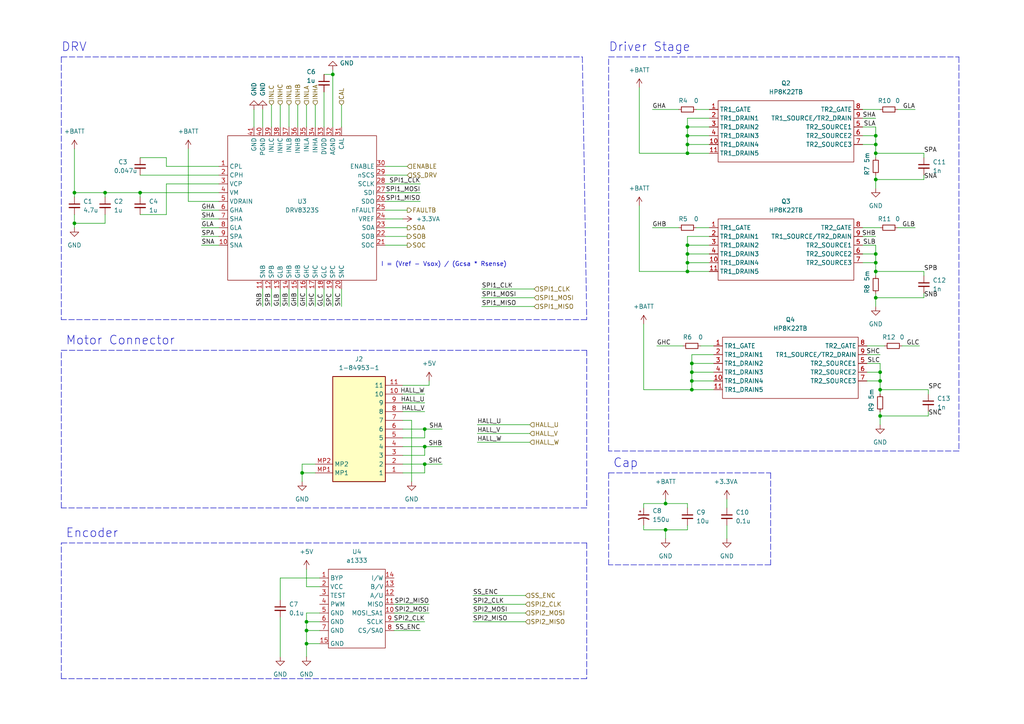
<source format=kicad_sch>
(kicad_sch (version 20231120) (generator "eeschema") (generator_version "8.0")
  (paper "A4")
  (lib_symbols
    (symbol "+BATT_1" (power) (pin_names (offset 0))
      (property "Value" "+BATT_1" (at 0 3.556 0))
      (symbol "+BATT_1_0_1"
        (polyline (pts (xy -0.762 1.27) (xy 0 2.54)))
        (polyline (pts (xy 0 0) (xy 0 2.54)))
        (polyline (pts (xy 0 2.54) (xy 0.762 1.27)))
      )
      (symbol "+BATT_1_1_1"
        (pin power_in line (at 0 0 90) (length 0) hide (name "+BATT") (number "1"))
      )
    )
    (symbol "Device:C_Polarized_Small_US" (pin_numbers hide) (pin_names (offset 0.254) hide)
      (property "Reference" "C" (at 0.254 1.778 0))
      (property "Value" "C_Polarized_Small_US" (at 0.254 -2.032 0))
      (symbol "C_Polarized_Small_US_0_1"
        (polyline (pts (xy -1.524 0.508) (xy 1.524 0.508)) (stroke (width 0.3048)))
        (polyline (pts (xy -1.27 1.524) (xy -0.762 1.524)))
        (polyline (pts (xy -1.016 1.27) (xy -1.016 1.778)))
        (arc (start 1.524 -0.762) (mid 0 -0.3734) (end -1.524 -0.762) (stroke (width 0.3048)))
      )
      (symbol "C_Polarized_Small_US_1_1"
        (pin passive line (at 0 2.54 270) (length 2.032) (name "~") (number "1"))
        (pin passive line (at 0 -2.54 90) (length 2.032) (name "~") (number "2"))
      )
    )
    (symbol "Device:C_Small" (pin_numbers hide) (pin_names (offset 0.254) hide)
      (property "Reference" "C" (at 0.254 1.778 0))
      (property "Value" "C_Small" (at 0.254 -2.032 0))
      (symbol "C_Small_0_1"
        (polyline (pts (xy -1.524 -0.508) (xy 1.524 -0.508)) (stroke (width 0.3302)))
        (polyline (pts (xy -1.524 0.508) (xy 1.524 0.508)) (stroke (width 0.3048)))
      )
      (symbol "C_Small_1_1"
        (pin passive line (at 0 2.54 270) (length 2.032) (name "~") (number "1"))
        (pin passive line (at 0 -2.54 90) (length 2.032) (name "~") (number "2"))
      )
    )
    (symbol "Device:R_Small" (pin_numbers hide) (pin_names (offset 0.254) hide)
      (property "Reference" "R" (at 0.762 0.508 0))
      (property "Value" "R_Small" (at 0.762 -1.016 0))
      (symbol "R_Small_0_1"
        (rectangle (start -0.762 1.778) (end 0.762 -1.778) (stroke (width 0.2032)))
      )
      (symbol "R_Small_1_1"
        (pin passive line (at 0 2.54 270) (length 0.762) (name "~") (number "1"))
        (pin passive line (at 0 -2.54 90) (length 0.762) (name "~") (number "2"))
      )
    )
    (symbol "bldc_lib:1-84953-1"
      (property "Value" "1-84953-1" (at 0 0 0))
      (symbol "1-84953-1_1_1"
        (rectangle (start -7.62 -2.54) (end 7.62 -33.02) (stroke (width 0.254)) (fill (type background)))
        (pin passive line (at 12.7 -5.08 180) (length 5.08) (name "1") (number "1"))
        (pin passive line (at 12.7 -27.94 180) (length 5.08) (name "10") (number "10"))
        (pin passive line (at 12.7 -30.48 180) (length 5.08) (name "11") (number "11"))
        (pin passive line (at 12.7 -7.62 180) (length 5.08) (name "2") (number "2"))
        (pin passive line (at 12.7 -10.16 180) (length 5.08) (name "3") (number "3"))
        (pin passive line (at 12.7 -12.7 180) (length 5.08) (name "4") (number "4"))
        (pin passive line (at 12.7 -15.24 180) (length 5.08) (name "5") (number "5"))
        (pin passive line (at 12.7 -17.78 180) (length 5.08) (name "6") (number "6"))
        (pin passive line (at 12.7 -20.32 180) (length 5.08) (name "7") (number "7"))
        (pin passive line (at 12.7 -22.86 180) (length 5.08) (name "8") (number "8"))
        (pin passive line (at 12.7 -25.4 180) (length 5.08) (name "9") (number "9"))
        (pin passive line (at -12.7 -5.08 0) (length 5.08) (name "MP1") (number "MP1"))
        (pin passive line (at -12.7 -7.62 0) (length 5.08) (name "MP2") (number "MP2"))
      )
    )
    (symbol "bldc_lib:DRV8323S"
      (property "Reference" "U" (at -2.54 -31.75 0))
      (property "Value" "DRV8323S" (at -2.54 -34.29 0))
      (symbol "DRV8323S_0_1"
        (polyline (pts (xy -22.86 -12.7) (xy 19.05 -12.7) (xy 19.05 -54.61) (xy -24.13 -54.61) (xy -24.13 -12.7) (xy -22.86 -12.7)))
      )
      (symbol "DRV8323S_1_1"
        (pin input line (at -26.67 -21.59 0) (length 2.54) (name "CPL") (number "1"))
        (pin input line (at -26.67 -44.45 0) (length 2.54) (name "SNA") (number "10"))
        (pin input line (at -13.97 -57.15 90) (length 2.54) (name "SNB") (number "11"))
        (pin input line (at -11.43 -57.15 90) (length 2.54) (name "SPB") (number "12"))
        (pin input line (at -8.89 -57.15 90) (length 2.54) (name "GLB") (number "13"))
        (pin input line (at -6.35 -57.15 90) (length 2.54) (name "SHB") (number "14"))
        (pin input line (at -3.81 -57.15 90) (length 2.54) (name "GHB") (number "15"))
        (pin input line (at -1.27 -57.15 90) (length 2.54) (name "GHC") (number "16"))
        (pin input line (at 1.27 -57.15 90) (length 2.54) (name "SHC") (number "17"))
        (pin input line (at 3.81 -57.15 90) (length 2.54) (name "GLC") (number "18"))
        (pin input line (at 6.35 -57.15 90) (length 2.54) (name "SPC") (number "19"))
        (pin input line (at -26.67 -24.13 0) (length 2.54) (name "CPH") (number "2"))
        (pin input line (at 8.89 -57.15 90) (length 2.54) (name "SNC") (number "20"))
        (pin input line (at 21.59 -44.45 180) (length 2.54) (name "SOC") (number "21"))
        (pin input line (at 21.59 -41.91 180) (length 2.54) (name "SOB") (number "22"))
        (pin input line (at 21.59 -39.37 180) (length 2.54) (name "SOA") (number "23"))
        (pin input line (at 21.59 -36.83 180) (length 2.54) (name "VREF") (number "24"))
        (pin input line (at 21.59 -34.29 180) (length 2.54) (name "nFAULT") (number "25"))
        (pin input line (at 21.59 -31.75 180) (length 2.54) (name "SDO") (number "26"))
        (pin input line (at 21.59 -29.21 180) (length 2.54) (name "SDI") (number "27"))
        (pin input line (at 21.59 -26.67 180) (length 2.54) (name "SCLK") (number "28"))
        (pin input line (at 21.59 -24.13 180) (length 2.54) (name "nSCS") (number "29"))
        (pin input line (at -26.67 -26.67 0) (length 2.54) (name "VCP") (number "3"))
        (pin input line (at 21.59 -21.59 180) (length 2.54) (name "ENABLE") (number "30"))
        (pin input line (at 8.89 -10.16 270) (length 2.54) (name "CAL") (number "31"))
        (pin input line (at 6.35 -10.16 270) (length 2.54) (name "AGND") (number "32"))
        (pin input line (at 3.81 -10.16 270) (length 2.54) (name "DVDD") (number "33"))
        (pin input line (at 1.27 -10.16 270) (length 2.54) (name "INHA") (number "34"))
        (pin input line (at -1.27 -10.16 270) (length 2.54) (name "INLA") (number "35"))
        (pin input line (at -3.81 -10.16 270) (length 2.54) (name "INHB") (number "36"))
        (pin input line (at -6.35 -10.16 270) (length 2.54) (name "INLB") (number "37"))
        (pin input line (at -8.89 -10.16 270) (length 2.54) (name "INHC") (number "38"))
        (pin input line (at -11.43 -10.16 270) (length 2.54) (name "INLC") (number "39"))
        (pin input line (at -26.67 -29.21 0) (length 2.54) (name "VM") (number "4"))
        (pin input line (at -13.97 -10.16 270) (length 2.54) (name "PGND") (number "40"))
        (pin input line (at -16.51 -10.16 270) (length 2.54) (name "GND") (number "41"))
        (pin input line (at -26.67 -31.75 0) (length 2.54) (name "VDRAIN") (number "5"))
        (pin input line (at -26.67 -34.29 0) (length 2.54) (name "GHA") (number "6"))
        (pin input line (at -26.67 -36.83 0) (length 2.54) (name "SHA") (number "7"))
        (pin input line (at -26.67 -39.37 0) (length 2.54) (name "GLA") (number "8"))
        (pin input line (at -26.67 -41.91 0) (length 2.54) (name "SPA") (number "9"))
      )
    )
    (symbol "bldc_lib:HP8K22TB"
      (property "Reference" "U" (at 0 2.54 0))
      (property "Value" "HP8K22TB" (at 0 0 0))
      (symbol "HP8K22TB_0_1"
        (rectangle (start -19.05 -3.81) (end 20.32 -21.59))
      )
      (symbol "HP8K22TB_1_1"
        (pin input line (at -21.59 -6.35 0) (length 2.54) (name "TR1_GATE") (number "1"))
        (pin input line (at -21.59 -16.51 0) (length 2.54) (name "TR1_DRAIN4") (number "10"))
        (pin input line (at -21.59 -19.05 0) (length 2.54) (name "TR1_DRAIN5") (number "11"))
        (pin input line (at -21.59 -8.89 0) (length 2.54) (name "TR1_DRAIN1") (number "2"))
        (pin input line (at -21.59 -11.43 0) (length 2.54) (name "TR1_DRAIN2") (number "3"))
        (pin input line (at -21.59 -13.97 0) (length 2.54) (name "TR1_DRAIN3") (number "4"))
        (pin input line (at 22.86 -11.43 180) (length 2.54) (name "TR2_SOURCE1") (number "5"))
        (pin input line (at 22.86 -13.97 180) (length 2.54) (name "TR2_SOURCE2") (number "6"))
        (pin input line (at 22.86 -16.51 180) (length 2.54) (name "TR2_SOURCE3") (number "7"))
        (pin input line (at 22.86 -6.35 180) (length 2.54) (name "TR2_GATE") (number "8"))
        (pin input line (at 22.86 -8.89 180) (length 2.54) (name "TR1_SOURCE/TR2_DRAIN") (number "9"))
      )
    )
    (symbol "bldc_lib:a1333"
      (property "Reference" "U" (at 0 2.54 0))
      (property "Value" "a1333" (at 0 0 0))
      (symbol "a1333_0_1"
        (rectangle (start -7.62 -2.54) (end 8.89 -25.4))
      )
      (symbol "a1333_1_1"
        (pin input line (at -10.16 -5.08 0) (length 2.54) (name "BYP") (number "1"))
        (pin input line (at 11.43 -15.24 180) (length 2.54) (name "MOSI_SA1") (number "10"))
        (pin input line (at 11.43 -12.7 180) (length 2.54) (name "MISO") (number "11"))
        (pin input line (at 11.43 -10.16 180) (length 2.54) (name "A/U") (number "12"))
        (pin input line (at 11.43 -7.62 180) (length 2.54) (name "B/V") (number "13"))
        (pin input line (at 11.43 -5.08 180) (length 2.54) (name "I/W") (number "14"))
        (pin input line (at -10.16 -24.13 0) (length 2.54) (name "GND") (number "15"))
        (pin input line (at -10.16 -7.62 0) (length 2.54) (name "VCC") (number "2"))
        (pin input line (at -10.16 -10.16 0) (length 2.54) (name "TEST") (number "3"))
        (pin input line (at -10.16 -12.7 0) (length 2.54) (name "PWM") (number "4"))
        (pin input line (at -10.16 -15.24 0) (length 2.54) (name "GND") (number "5"))
        (pin input line (at -10.16 -17.78 0) (length 2.54) (name "GND") (number "6"))
        (pin input line (at -10.16 -20.32 0) (length 2.54) (name "GND") (number "7"))
        (pin input line (at 11.43 -20.32 180) (length 2.54) (name "CS/SA0") (number "8"))
        (pin input line (at 11.43 -17.78 180) (length 2.54) (name "SCLK") (number "9"))
      )
    )
    (symbol "power:+3.3VA" (power) (pin_names (offset 0))
      (property "Value" "+3.3VA" (at 0 3.556 0))
      (symbol "+3.3VA_0_1"
        (polyline (pts (xy -0.762 1.27) (xy 0 2.54)))
        (polyline (pts (xy 0 0) (xy 0 2.54)))
        (polyline (pts (xy 0 2.54) (xy 0.762 1.27)))
      )
      (symbol "+3.3VA_1_1"
        (pin power_in line (at 0 0 90) (length 0) hide (name "+3.3VA") (number "1"))
      )
    )
    (symbol "power:+5V" (power) (pin_names (offset 0))
      (property "Value" "+5V" (at 0 3.556 0))
      (symbol "+5V_0_1"
        (polyline (pts (xy -0.762 1.27) (xy 0 2.54)))
        (polyline (pts (xy 0 0) (xy 0 2.54)))
        (polyline (pts (xy 0 2.54) (xy 0.762 1.27)))
      )
      (symbol "+5V_1_1"
        (pin power_in line (at 0 0 90) (length 0) hide (name "+5V") (number "1"))
      )
    )
    (symbol "power:+BATT" (power) (pin_names (offset 0))
      (property "Value" "+BATT" (at 0 3.556 0))
      (symbol "+BATT_0_1"
        (polyline (pts (xy -0.762 1.27) (xy 0 2.54)))
        (polyline (pts (xy 0 0) (xy 0 2.54)))
        (polyline (pts (xy 0 2.54) (xy 0.762 1.27)))
      )
      (symbol "+BATT_1_1"
        (pin power_in line (at 0 0 90) (length 0) hide (name "+BATT") (number "1"))
      )
    )
    (symbol "power:GND" (power) (pin_names (offset 0))
      (property "Value" "GND" (at 0 -3.81 0))
      (symbol "GND_0_1"
        (polyline (pts (xy 0 0) (xy 0 -1.27) (xy 1.27 -1.27) (xy 0 -2.54) (xy -1.27 -1.27) (xy 0 -1.27)))
      )
      (symbol "GND_1_1"
        (pin power_in line (at 0 0 270) (length 0) hide (name "GND") (number "1"))
      )
    )
  )
  (junction (at 254 39.37))
  (junction (at 254 73.66))
  (junction (at 96.52 21.59))
  (junction (at 123.19 134.62))
  (junction (at 199.39 39.37))
  (junction (at 254 86.36))
  (junction (at 254 44.45))
  (junction (at 255.27 110.49))
  (junction (at 199.39 36.83))
  (junction (at 199.39 41.91))
  (junction (at 88.9 182.88))
  (junction (at 199.39 78.74))
  (junction (at 21.59 64.77))
  (junction (at 30.48 55.88))
  (junction (at 87.63 137.16))
  (junction (at 254 78.74))
  (junction (at 199.39 76.2))
  (junction (at 123.19 124.46))
  (junction (at 200.66 113.03))
  (junction (at 193.04 146.05))
  (junction (at 254 52.07))
  (junction (at 255.27 113.03))
  (junction (at 199.39 44.45))
  (junction (at 200.66 110.49))
  (junction (at 200.66 107.95))
  (junction (at 200.66 105.41))
  (junction (at 40.64 55.88))
  (junction (at 255.27 120.65))
  (junction (at 254 41.91))
  (junction (at 255.27 107.95))
  (junction (at 88.9 180.34))
  (junction (at 193.04 153.67))
  (junction (at 254 76.2))
  (junction (at 88.9 186.69))
  (junction (at 123.19 129.54))
  (junction (at 21.59 55.88))
  (junction (at 199.39 71.12))
  (junction (at 199.39 73.66))
  (wire (pts (xy 119.38 121.92) (xy 119.38 139.7)))
  (wire (pts (xy 254 52.07) (xy 267.97 52.07)))
  (wire (pts (xy 116.84 121.92) (xy 119.38 121.92)))
  (wire (pts (xy 123.19 119.38) (xy 116.84 119.38)))
  (wire (pts (xy 199.39 153.67) (xy 193.04 153.67)))
  (wire (pts (xy 30.48 62.23) (xy 30.48 64.77)))
  (wire (pts (xy 199.39 41.91) (xy 205.74 41.91)))
  (wire (pts (xy 86.36 83.82) (xy 86.36 88.9)))
  (wire (pts (xy 255.27 113.03) (xy 255.27 114.3)))
  (wire (pts (xy 40.64 55.88) (xy 40.64 57.15)))
  (wire (pts (xy 116.84 127) (xy 123.19 127)))
  (wire (pts (xy 201.93 31.75) (xy 205.74 31.75)))
  (wire (pts (xy 111.76 58.42) (xy 121.92 58.42)))
  (wire (pts (xy 93.98 21.59) (xy 96.52 21.59)))
  (polyline (pts (xy 176.53 137.16) (xy 176.53 163.83)) (stroke (width 0) (type dash)))
  (wire (pts (xy 116.84 124.46) (xy 123.19 124.46)))
  (wire (pts (xy 267.97 50.8) (xy 267.97 52.07)))
  (polyline (pts (xy 223.52 163.83) (xy 176.53 163.83)) (stroke (width 0) (type dash)))
  (wire (pts (xy 87.63 137.16) (xy 87.63 139.7)))
  (wire (pts (xy 91.44 83.82) (xy 91.44 88.9)))
  (wire (pts (xy 200.66 105.41) (xy 207.01 105.41)))
  (wire (pts (xy 139.7 86.36) (xy 154.94 86.36)))
  (wire (pts (xy 88.9 170.18) (xy 92.71 170.18)))
  (wire (pts (xy 116.84 132.08) (xy 123.19 132.08)))
  (wire (pts (xy 199.39 76.2) (xy 205.74 76.2)))
  (polyline (pts (xy 176.53 137.16) (xy 223.52 137.16)) (stroke (width 0) (type dash)))
  (wire (pts (xy 199.39 44.45) (xy 205.74 44.45)))
  (polyline (pts (xy 176.53 16.51) (xy 278.13 16.51)) (stroke (width 0) (type dash)))
  (wire (pts (xy 123.19 129.54) (xy 128.27 129.54)))
  (polyline (pts (xy 17.78 147.32) (xy 17.78 101.6)) (stroke (width 0) (type dash)))
  (wire (pts (xy 91.44 30.48) (xy 91.44 36.83)))
  (wire (pts (xy 254 85.09) (xy 254 86.36)))
  (wire (pts (xy 199.39 152.4) (xy 199.39 153.67)))
  (wire (pts (xy 96.52 21.59) (xy 96.52 36.83)))
  (polyline (pts (xy 17.78 16.51) (xy 168.91 16.51)) (stroke (width 0) (type dash)))
  (wire (pts (xy 116.84 137.16) (xy 123.19 137.16)))
  (wire (pts (xy 139.7 88.9) (xy 154.94 88.9)))
  (wire (pts (xy 111.76 55.88) (xy 121.92 55.88)))
  (wire (pts (xy 48.26 53.34) (xy 63.5 53.34)))
  (wire (pts (xy 186.69 93.98) (xy 186.69 113.03)))
  (wire (pts (xy 199.39 39.37) (xy 205.74 39.37)))
  (wire (pts (xy 205.74 34.29) (xy 199.39 34.29)))
  (wire (pts (xy 88.9 180.34) (xy 92.71 180.34)))
  (polyline (pts (xy 17.78 157.48) (xy 170.18 157.48)) (stroke (width 0) (type dash)))
  (wire (pts (xy 86.36 30.48) (xy 86.36 36.83)))
  (wire (pts (xy 30.48 57.15) (xy 30.48 55.88)))
  (wire (pts (xy 199.39 71.12) (xy 205.74 71.12)))
  (wire (pts (xy 254 44.45) (xy 267.97 44.45)))
  (wire (pts (xy 121.92 182.88) (xy 114.3 182.88)))
  (wire (pts (xy 78.74 83.82) (xy 78.74 88.9)))
  (wire (pts (xy 88.9 30.48) (xy 88.9 36.83)))
  (polyline (pts (xy 17.78 16.51) (xy 17.78 92.71)) (stroke (width 0) (type dash)))
  (wire (pts (xy 48.26 48.26) (xy 63.5 48.26)))
  (wire (pts (xy 266.7 100.33) (xy 261.62 100.33)))
  (wire (pts (xy 254 44.45) (xy 254 45.72)))
  (wire (pts (xy 250.19 73.66) (xy 254 73.66)))
  (wire (pts (xy 250.19 39.37) (xy 254 39.37)))
  (wire (pts (xy 96.52 20.32) (xy 96.52 21.59)))
  (wire (pts (xy 111.76 68.58) (xy 118.11 68.58)))
  (wire (pts (xy 87.63 134.62) (xy 87.63 137.16)))
  (wire (pts (xy 254 78.74) (xy 254 80.01)))
  (wire (pts (xy 193.04 153.67) (xy 186.69 153.67)))
  (wire (pts (xy 254 41.91) (xy 254 44.45)))
  (wire (pts (xy 111.76 48.26) (xy 118.11 48.26)))
  (wire (pts (xy 185.42 44.45) (xy 199.39 44.45)))
  (wire (pts (xy 123.19 114.3) (xy 116.84 114.3)))
  (wire (pts (xy 193.04 144.78) (xy 193.04 146.05)))
  (wire (pts (xy 254 36.83) (xy 254 39.37)))
  (wire (pts (xy 199.39 71.12) (xy 199.39 73.66)))
  (wire (pts (xy 254 52.07) (xy 254 54.61)))
  (wire (pts (xy 137.16 172.72) (xy 152.4 172.72)))
  (wire (pts (xy 254 34.29) (xy 250.19 34.29)))
  (wire (pts (xy 186.69 113.03) (xy 200.66 113.03)))
  (wire (pts (xy 269.24 119.38) (xy 269.24 120.65)))
  (wire (pts (xy 111.76 63.5) (xy 116.84 63.5)))
  (wire (pts (xy 124.46 177.8) (xy 114.3 177.8)))
  (wire (pts (xy 92.71 167.64) (xy 81.28 167.64)))
  (wire (pts (xy 76.2 83.82) (xy 76.2 88.9)))
  (wire (pts (xy 189.23 66.04) (xy 196.85 66.04)))
  (polyline (pts (xy 176.53 130.81) (xy 176.53 16.51)) (stroke (width 0) (type dash)))
  (wire (pts (xy 58.42 66.04) (xy 63.5 66.04)))
  (wire (pts (xy 88.9 182.88) (xy 88.9 180.34)))
  (wire (pts (xy 58.42 71.12) (xy 63.5 71.12)))
  (wire (pts (xy 193.04 146.05) (xy 199.39 146.05)))
  (wire (pts (xy 255.27 102.87) (xy 251.46 102.87)))
  (wire (pts (xy 54.61 58.42) (xy 63.5 58.42)))
  (wire (pts (xy 88.9 186.69) (xy 92.71 186.69)))
  (wire (pts (xy 123.19 116.84) (xy 116.84 116.84)))
  (wire (pts (xy 40.64 62.23) (xy 48.26 62.23)))
  (wire (pts (xy 81.28 167.64) (xy 81.28 173.99)))
  (wire (pts (xy 200.66 113.03) (xy 207.01 113.03)))
  (wire (pts (xy 138.43 125.73) (xy 153.67 125.73)))
  (wire (pts (xy 124.46 110.49) (xy 124.46 111.76)))
  (wire (pts (xy 48.26 62.23) (xy 48.26 53.34)))
  (wire (pts (xy 30.48 64.77) (xy 21.59 64.77)))
  (wire (pts (xy 267.97 78.74) (xy 267.97 80.01)))
  (wire (pts (xy 76.2 31.75) (xy 76.2 36.83)))
  (wire (pts (xy 88.9 190.5) (xy 88.9 186.69)))
  (wire (pts (xy 200.66 107.95) (xy 200.66 110.49)))
  (wire (pts (xy 111.76 50.8) (xy 118.11 50.8)))
  (wire (pts (xy 251.46 100.33) (xy 256.54 100.33)))
  (wire (pts (xy 254 76.2) (xy 254 78.74)))
  (wire (pts (xy 111.76 71.12) (xy 118.11 71.12)))
  (wire (pts (xy 250.19 66.04) (xy 255.27 66.04)))
  (wire (pts (xy 58.42 60.96) (xy 63.5 60.96)))
  (wire (pts (xy 193.04 153.67) (xy 193.04 156.21)))
  (wire (pts (xy 255.27 119.38) (xy 255.27 120.65)))
  (wire (pts (xy 137.16 175.26) (xy 152.4 175.26)))
  (wire (pts (xy 83.82 30.48) (xy 83.82 36.83)))
  (wire (pts (xy 267.97 85.09) (xy 267.97 86.36)))
  (wire (pts (xy 199.39 36.83) (xy 199.39 39.37)))
  (wire (pts (xy 254 78.74) (xy 267.97 78.74)))
  (wire (pts (xy 203.2 100.33) (xy 207.01 100.33)))
  (polyline (pts (xy 170.18 101.6) (xy 170.18 147.32)) (stroke (width 0) (type dash)))
  (wire (pts (xy 116.84 129.54) (xy 123.19 129.54)))
  (wire (pts (xy 199.39 68.58) (xy 199.39 71.12)))
  (wire (pts (xy 138.43 128.27) (xy 153.67 128.27)))
  (wire (pts (xy 207.01 102.87) (xy 200.66 102.87)))
  (wire (pts (xy 78.74 30.48) (xy 78.74 36.83)))
  (polyline (pts (xy 17.78 196.85) (xy 17.78 157.48)) (stroke (width 0) (type dash)))
  (polyline (pts (xy 170.18 147.32) (xy 17.78 147.32)) (stroke (width 0) (type dash)))
  (wire (pts (xy 123.19 137.16) (xy 123.19 134.62)))
  (wire (pts (xy 63.5 55.88) (xy 40.64 55.88)))
  (wire (pts (xy 199.39 39.37) (xy 199.39 41.91)))
  (wire (pts (xy 186.69 153.67) (xy 186.69 152.4)))
  (wire (pts (xy 199.39 76.2) (xy 199.39 78.74)))
  (wire (pts (xy 88.9 186.69) (xy 88.9 182.88)))
  (wire (pts (xy 48.26 45.72) (xy 48.26 48.26)))
  (polyline (pts (xy 223.52 137.16) (xy 223.52 163.83)) (stroke (width 0) (type dash)))
  (wire (pts (xy 185.42 25.4) (xy 185.42 44.45)))
  (wire (pts (xy 99.06 83.82) (xy 99.06 88.9)))
  (wire (pts (xy 210.82 152.4) (xy 210.82 156.21)))
  (wire (pts (xy 138.43 123.19) (xy 153.67 123.19)))
  (wire (pts (xy 250.19 41.91) (xy 254 41.91)))
  (wire (pts (xy 137.16 180.34) (xy 152.4 180.34)))
  (polyline (pts (xy 170.18 196.85) (xy 17.78 196.85)) (stroke (width 0) (type dash)))
  (wire (pts (xy 199.39 34.29) (xy 199.39 36.83)))
  (wire (pts (xy 185.42 59.69) (xy 185.42 78.74)))
  (wire (pts (xy 58.42 63.5) (xy 63.5 63.5)))
  (wire (pts (xy 87.63 137.16) (xy 91.44 137.16)))
  (wire (pts (xy 250.19 36.83) (xy 254 36.83)))
  (wire (pts (xy 93.98 83.82) (xy 93.98 88.9)))
  (wire (pts (xy 185.42 78.74) (xy 199.39 78.74)))
  (wire (pts (xy 251.46 107.95) (xy 255.27 107.95)))
  (wire (pts (xy 200.66 110.49) (xy 200.66 113.03)))
  (wire (pts (xy 255.27 110.49) (xy 255.27 113.03)))
  (wire (pts (xy 267.97 44.45) (xy 267.97 45.72)))
  (wire (pts (xy 123.19 127) (xy 123.19 124.46)))
  (wire (pts (xy 189.23 31.75) (xy 196.85 31.75)))
  (wire (pts (xy 200.66 110.49) (xy 207.01 110.49)))
  (wire (pts (xy 201.93 66.04) (xy 205.74 66.04)))
  (wire (pts (xy 210.82 147.32) (xy 210.82 144.78)))
  (wire (pts (xy 186.69 146.05) (xy 193.04 146.05)))
  (wire (pts (xy 265.43 31.75) (xy 260.35 31.75)))
  (wire (pts (xy 255.27 105.41) (xy 255.27 107.95)))
  (wire (pts (xy 250.19 76.2) (xy 254 76.2)))
  (wire (pts (xy 200.66 105.41) (xy 200.66 107.95)))
  (wire (pts (xy 265.43 66.04) (xy 260.35 66.04)))
  (wire (pts (xy 123.19 134.62) (xy 128.27 134.62)))
  (wire (pts (xy 93.98 26.67) (xy 93.98 36.83)))
  (wire (pts (xy 88.9 83.82) (xy 88.9 88.9)))
  (wire (pts (xy 21.59 64.77) (xy 21.59 66.04)))
  (wire (pts (xy 124.46 175.26) (xy 114.3 175.26)))
  (wire (pts (xy 199.39 73.66) (xy 199.39 76.2)))
  (wire (pts (xy 254 73.66) (xy 254 76.2)))
  (wire (pts (xy 88.9 177.8) (xy 92.71 177.8)))
  (polyline (pts (xy 278.13 130.81) (xy 176.53 130.81)) (stroke (width 0) (type dash)))
  (wire (pts (xy 205.74 68.58) (xy 199.39 68.58)))
  (wire (pts (xy 40.64 45.72) (xy 48.26 45.72)))
  (wire (pts (xy 254 86.36) (xy 254 88.9)))
  (wire (pts (xy 254 68.58) (xy 250.19 68.58)))
  (wire (pts (xy 251.46 110.49) (xy 255.27 110.49)))
  (wire (pts (xy 255.27 107.95) (xy 255.27 110.49)))
  (wire (pts (xy 199.39 41.91) (xy 199.39 44.45)))
  (wire (pts (xy 137.16 177.8) (xy 152.4 177.8)))
  (wire (pts (xy 111.76 60.96) (xy 118.11 60.96)))
  (polyline (pts (xy 278.13 16.51) (xy 278.13 130.81)) (stroke (width 0) (type dash)))
  (wire (pts (xy 200.66 107.95) (xy 207.01 107.95)))
  (wire (pts (xy 73.66 31.75) (xy 73.66 36.83)))
  (wire (pts (xy 123.19 124.46) (xy 128.27 124.46)))
  (polyline (pts (xy 170.18 92.71) (xy 17.78 92.71)) (stroke (width 0) (type dash)))
  (wire (pts (xy 87.63 134.62) (xy 91.44 134.62)))
  (wire (pts (xy 83.82 83.82) (xy 83.82 88.9)))
  (wire (pts (xy 40.64 50.8) (xy 63.5 50.8)))
  (wire (pts (xy 54.61 58.42) (xy 54.61 43.18)))
  (wire (pts (xy 124.46 111.76) (xy 116.84 111.76)))
  (wire (pts (xy 254 50.8) (xy 254 52.07)))
  (polyline (pts (xy 168.91 16.51) (xy 170.18 92.71)) (stroke (width 0) (type dash)))
  (wire (pts (xy 96.52 83.82) (xy 96.52 88.9)))
  (wire (pts (xy 30.48 55.88) (xy 40.64 55.88)))
  (wire (pts (xy 186.69 147.32) (xy 186.69 146.05)))
  (wire (pts (xy 250.19 71.12) (xy 254 71.12)))
  (wire (pts (xy 190.5 100.33) (xy 198.12 100.33)))
  (wire (pts (xy 88.9 180.34) (xy 88.9 177.8)))
  (wire (pts (xy 199.39 36.83) (xy 205.74 36.83)))
  (wire (pts (xy 81.28 83.82) (xy 81.28 88.9)))
  (wire (pts (xy 21.59 55.88) (xy 21.59 57.15)))
  (wire (pts (xy 255.27 120.65) (xy 269.24 120.65)))
  (wire (pts (xy 116.84 134.62) (xy 123.19 134.62)))
  (wire (pts (xy 254 86.36) (xy 267.97 86.36)))
  (wire (pts (xy 255.27 113.03) (xy 269.24 113.03)))
  (wire (pts (xy 58.42 68.58) (xy 63.5 68.58)))
  (wire (pts (xy 21.59 55.88) (xy 30.48 55.88)))
  (wire (pts (xy 99.06 30.48) (xy 99.06 36.83)))
  (wire (pts (xy 139.7 83.82) (xy 154.94 83.82)))
  (wire (pts (xy 81.28 179.07) (xy 81.28 190.5)))
  (wire (pts (xy 21.59 62.23) (xy 21.59 64.77)))
  (wire (pts (xy 269.24 113.03) (xy 269.24 114.3)))
  (wire (pts (xy 123.19 132.08) (xy 123.19 129.54)))
  (polyline (pts (xy 170.18 157.48) (xy 170.18 196.85)) (stroke (width 0) (type dash)))
  (wire (pts (xy 254 71.12) (xy 254 73.66)))
  (wire (pts (xy 88.9 182.88) (xy 92.71 182.88)))
  (polyline (pts (xy 17.78 101.6) (xy 170.18 101.6)) (stroke (width 0) (type dash)))
  (wire (pts (xy 254 39.37) (xy 254 41.91)))
  (wire (pts (xy 251.46 105.41) (xy 255.27 105.41)))
  (wire (pts (xy 199.39 146.05) (xy 199.39 147.32)))
  (wire (pts (xy 111.76 53.34) (xy 121.92 53.34)))
  (wire (pts (xy 250.19 31.75) (xy 255.27 31.75)))
  (wire (pts (xy 21.59 43.18) (xy 21.59 55.88)))
  (wire (pts (xy 88.9 165.1) (xy 88.9 170.18)))
  (wire (pts (xy 111.76 66.04) (xy 118.11 66.04)))
  (wire (pts (xy 199.39 78.74) (xy 205.74 78.74)))
  (wire (pts (xy 81.28 30.48) (xy 81.28 36.83)))
  (wire (pts (xy 123.19 180.34) (xy 114.3 180.34)))
  (wire (pts (xy 199.39 73.66) (xy 205.74 73.66)))
  (wire (pts (xy 255.27 120.65) (xy 255.27 123.19)))
  (wire (pts (xy 200.66 102.87) (xy 200.66 105.41)))
  (text "Driver Stage" (at 176.53 15.24 0) (effects (font (size 2.54 2.54)) (justify left bottom)))
  (text "DRV" (at 17.78 15.24 0) (effects (font (size 2.54 2.54)) (justify left bottom)))
  (text "Motor Connector" (at 19.05 100.33 0) (effects (font (size 2.54 2.54)) (justify left bottom)))
  (text "Cap" (at 177.8 135.89 0) (effects (font (size 2.54 2.54)) (justify left bottom)))
  (text "Encoder" (at 19.05 156.21 0) (effects (font (size 2.54 2.54)) (justify left bottom)))
  (text "I = (Vref - Vsox) / (Gcsa * Rsense)" (at 110.49 77.47 0) (effects (font (size 1.27 1.27)) (justify left bottom)))
  (label "HALL_U" (at 123.19 116.84 180))
  (label "SPA" (at 267.97 44.45 0))
  (label "SPI1_CLK" (at 121.92 53.34 180))
  (label "SPC" (at 96.52 88.9 90))
  (label "GLC" (at 93.98 88.9 90))
  (label "SHC" (at 91.44 88.9 90))
  (label "SHB" (at 128.27 129.54 180))
  (label "SPI1_MISO" (at 121.92 58.42 180))
  (label "SNB" (at 76.2 88.9 90))
  (label "SPA" (at 58.42 68.58 0))
  (label "SHC" (at 255.27 102.87 180))
  (label "SNC" (at 269.24 120.65 0))
  (label "SPI2_CLK" (at 123.19 180.34 180))
  (label "SLC" (at 255.27 105.41 180))
  (label "GHA" (at 189.23 31.75 0))
  (label "HALL_V" (at 138.43 125.73 0))
  (label "SPI1_MOSI" (at 121.92 55.88 180))
  (label "SHA" (at 128.27 124.46 180))
  (label "GLA" (at 265.43 31.75 180))
  (label "SLA" (at 254 36.83 180))
  (label "GLC" (at 266.7 100.33 180))
  (label "SHB" (at 254 68.58 180))
  (label "GLA" (at 58.42 66.04 0))
  (label "SPI2_MISO" (at 137.16 180.34 0))
  (label "GLB" (at 265.43 66.04 180))
  (label "GHB" (at 86.36 88.9 90))
  (label "SNC" (at 99.06 88.9 90))
  (label "GHA" (at 58.42 60.96 0))
  (label "SPB" (at 267.97 78.74 0))
  (label "SS_ENC" (at 137.16 172.72 0))
  (label "SPI2_MOSI" (at 137.16 177.8 0))
  (label "SPI2_MOSI" (at 124.46 177.8 180))
  (label "SPI1_MOSI" (at 139.7 86.36 0))
  (label "SS_ENC" (at 121.92 182.88 180))
  (label "SPI2_CLK" (at 137.16 175.26 0))
  (label "GHC" (at 190.5 100.33 0))
  (label "SPI1_MISO" (at 139.7 88.9 0))
  (label "HALL_W" (at 138.43 128.27 0))
  (label "SPC" (at 269.24 113.03 0))
  (label "SNA" (at 58.42 71.12 0))
  (label "GLB" (at 81.28 88.9 90))
  (label "HALL_W" (at 123.19 114.3 180))
  (label "SHA" (at 58.42 63.5 0))
  (label "SHA" (at 254 34.29 180))
  (label "SPB" (at 78.74 88.9 90))
  (label "GHC" (at 88.9 88.9 90))
  (label "GHB" (at 189.23 66.04 0))
  (label "SPI1_CLK" (at 139.7 83.82 0))
  (label "SNB" (at 267.97 86.36 0))
  (label "HALL_U" (at 138.43 123.19 0))
  (label "HALL_V" (at 123.19 119.38 180))
  (label "SNA" (at 267.97 52.07 0))
  (label "SHB" (at 83.82 88.9 90))
  (label "SPI2_MISO" (at 124.46 175.26 180))
  (label "SLB" (at 254 71.12 180))
  (label "SHC" (at 128.27 134.62 180))
  (hierarchical_label "SPI2_MISO" (shape input) (at 152.4 180.34 0))
  (hierarchical_label "ENABLE" (shape input) (at 118.11 48.26 0))
  (hierarchical_label "INLC" (shape input) (at 78.74 30.48 90))
  (hierarchical_label "CAL" (shape input) (at 99.06 30.48 90))
  (hierarchical_label "SS_DRV" (shape input) (at 118.11 50.8 0))
  (hierarchical_label "HALL_V" (shape input) (at 153.67 125.73 0))
  (hierarchical_label "SOC" (shape output) (at 118.11 71.12 0))
  (hierarchical_label "HALL_U" (shape input) (at 153.67 123.19 0))
  (hierarchical_label "SPI1_MOSI" (shape input) (at 154.94 86.36 0))
  (hierarchical_label "FAULTB" (shape output) (at 118.11 60.96 0))
  (hierarchical_label "SOB" (shape output) (at 118.11 68.58 0))
  (hierarchical_label "HALL_W" (shape input) (at 153.67 128.27 0))
  (hierarchical_label "SPI2_MOSI" (shape input) (at 152.4 177.8 0))
  (hierarchical_label "SOA" (shape output) (at 118.11 66.04 0))
  (hierarchical_label "SS_ENC" (shape input) (at 152.4 172.72 0))
  (hierarchical_label "SPI1_CLK" (shape input) (at 154.94 83.82 0))
  (hierarchical_label "INHB" (shape input) (at 86.36 30.48 90))
  (hierarchical_label "SPI2_CLK" (shape input) (at 152.4 175.26 0))
  (hierarchical_label "INHC" (shape input) (at 81.28 30.48 90))
  (hierarchical_label "INHA" (shape input) (at 91.44 30.48 90))
  (hierarchical_label "INLB" (shape input) (at 83.82 30.48 90))
  (hierarchical_label "SPI1_MISO" (shape input) (at 154.94 88.9 0))
  (hierarchical_label "INLA" (shape input) (at 88.9 30.48 90))
  (symbol (lib_id "Device:R_Small") (at 254 82.55 180) (unit 1)
    (property "Reference" "R8" (at 251.46 83.82 90))
    (property "Value" "5m" (at 251.46 80.01 90))
    (property "Footprint" "Resistor_SMD:R_2010_5025Metric_Pad1.40x2.65mm_HandSolder" (effects (hide yes)))
  )
  (symbol (lib_id "power:+BATT") (at 21.59 43.18 0) (unit 1)
    (property "Reference" "#PWR03" (effects (hide yes)))
    (property "Value" "+BATT" (at 21.59 38.1 0))
  )
  (symbol (lib_id "power:GND") (at 254 54.61 0) (unit 1)
    (property "Reference" "#PWR035" (effects (hide yes)))
    (property "Value" "GND" (at 254 59.69 0))
  )
  (symbol (lib_id "Device:R_Small") (at 257.81 66.04 90) (unit 1)
    (property "Reference" "R11" (at 256.54 63.5 90))
    (property "Value" "0" (at 260.35 63.5 90))
    (property "Footprint" "Resistor_SMD:R_0805_2012Metric_Pad1.20x1.40mm_HandSolder" (effects (hide yes)))
  )
  (symbol (lib_id "Device:C_Small") (at 81.28 176.53 0) (unit 1)
    (property "Reference" "C7" (at 83.82 175.2662 0) (effects (justify left)))
    (property "Value" "0.1u" (at 83.82 177.8062 0) (effects (justify left)))
    (property "Footprint" "Capacitor_SMD:C_0603_1608Metric_Pad1.08x0.95mm_HandSolder" (effects (hide yes)))
  )
  (symbol (lib_id "power:GND") (at 254 88.9 0) (unit 1)
    (property "Reference" "#PWR036" (effects (hide yes)))
    (property "Value" "GND" (at 254 93.98 0))
  )
  (symbol (lib_id "Device:C_Small") (at 267.97 48.26 0) (unit 1)
    (property "Reference" "C11" (at 270.51 46.9962 0) (effects (justify left)))
    (property "Value" "1n" (at 270.51 49.5362 0) (effects (justify left)))
    (property "Footprint" "Capacitor_SMD:C_0402_1005Metric_Pad0.74x0.62mm_HandSolder" (effects (hide yes)))
  )
  (symbol (lib_id "Device:C_Small") (at 30.48 59.69 0) (unit 1)
    (property "Reference" "C2" (at 33.02 58.4262 0) (effects (justify left)))
    (property "Value" "1u" (at 33.02 60.9662 0) (effects (justify left)))
    (property "Footprint" "Capacitor_SMD:C_0603_1608Metric_Pad1.08x0.95mm_HandSolder" (effects (hide yes)))
  )
  (symbol (lib_id "power:GND") (at 88.9 190.5 0) (unit 1)
    (property "Reference" "#PWR019" (effects (hide yes)))
    (property "Value" "GND" (at 88.9 195.58 0))
  )
  (symbol (lib_id "bldc_lib:HP8K22TB") (at 227.33 59.69 0) (unit 1)
    (property "Reference" "Q3" (at 227.965 58.42 0))
    (property "Value" "HP8K22TB" (at 227.965 60.96 0))
    (property "Footprint" "bldc_lib:HP8K24TB" (effects (hide yes)))
  )
  (symbol (lib_id "Device:C_Small") (at 210.82 149.86 0) (unit 1)
    (property "Reference" "C10" (at 213.36 148.5962 0) (effects (justify left)))
    (property "Value" "0.1u" (at 213.36 151.1362 0) (effects (justify left)))
    (property "Footprint" "Capacitor_SMD:C_0402_1005Metric_Pad0.74x0.62mm_HandSolder" (effects (hide yes)))
  )
  (symbol (lib_id "Device:C_Small") (at 93.98 24.13 0) (unit 1)
    (property "Reference" "C6" (at 88.9 20.828 0) (effects (justify left)))
    (property "Value" "1u" (at 88.9 23.368 0) (effects (justify left)))
    (property "Footprint" "Capacitor_SMD:C_0603_1608Metric_Pad1.08x0.95mm_HandSolder" (effects (hide yes)))
  )
  (symbol (lib_id "power:GND") (at 96.52 20.32 180) (unit 1)
    (property "Reference" "#PWR021" (effects (hide yes)))
    (property "Value" "GND" (at 98.552 18.288 0) (effects (justify right)))
  )
  (symbol (lib_id "Device:R_Small") (at 259.08 100.33 90) (unit 1)
    (property "Reference" "R12" (at 257.81 97.79 90))
    (property "Value" "0" (at 261.62 97.79 90))
    (property "Footprint" "Resistor_SMD:R_0805_2012Metric_Pad1.20x1.40mm_HandSolder" (effects (hide yes)))
  )
  (symbol (lib_id "Device:R_Small") (at 199.39 31.75 90) (unit 1)
    (property "Reference" "R4" (at 198.12 29.21 90))
    (property "Value" "0" (at 201.93 29.21 90))
    (property "Footprint" "Resistor_SMD:R_0805_2012Metric_Pad1.20x1.40mm_HandSolder" (effects (hide yes)))
  )
  (symbol (lib_id "power:GND") (at 210.82 156.21 0) (unit 1)
    (property "Reference" "#PWR034" (effects (hide yes)))
    (property "Value" "GND" (at 210.82 161.29 0))
  )
  (symbol (lib_id "Device:C_Small") (at 267.97 82.55 0) (unit 1)
    (property "Reference" "C12" (at 270.51 81.2862 0) (effects (justify left)))
    (property "Value" "1n" (at 270.51 83.8262 0) (effects (justify left)))
    (property "Footprint" "Capacitor_SMD:C_0402_1005Metric_Pad0.74x0.62mm_HandSolder" (effects (hide yes)))
  )
  (symbol (lib_id "power:GND") (at 87.63 139.7 0) (unit 1)
    (property "Reference" "#PWR017" (effects (hide yes)))
    (property "Value" "GND" (at 87.63 144.78 0))
  )
  (symbol (lib_id "Device:C_Small") (at 269.24 116.84 0) (unit 1)
    (property "Reference" "C13" (at 271.78 115.5762 0) (effects (justify left)))
    (property "Value" "1n" (at 271.78 118.1162 0) (effects (justify left)))
    (property "Footprint" "Capacitor_SMD:C_0402_1005Metric_Pad0.74x0.62mm_HandSolder" (effects (hide yes)))
  )
  (symbol (lib_name "+BATT_1") (lib_id "power:+BATT") (at 185.42 59.69 0) (unit 1)
    (property "Reference" "#PWR029" (effects (hide yes)))
    (property "Value" "+BATT" (at 185.42 54.61 0))
  )
  (symbol (lib_name "+BATT_1") (lib_id "power:+BATT") (at 193.04 144.78 0) (unit 1)
    (property "Reference" "#PWR031" (effects (hide yes)))
    (property "Value" "+BATT" (at 193.04 139.7 0))
  )
  (symbol (lib_id "power:GND") (at 81.28 190.5 0) (unit 1)
    (property "Reference" "#PWR016" (effects (hide yes)))
    (property "Value" "GND" (at 81.28 195.58 0))
  )
  (symbol (lib_id "Device:C_Small") (at 40.64 59.69 0) (unit 1)
    (property "Reference" "C4" (at 43.18 58.4262 0) (effects (justify left)))
    (property "Value" "1u" (at 43.18 60.9662 0) (effects (justify left)))
    (property "Footprint" "Capacitor_SMD:C_0603_1608Metric_Pad1.08x0.95mm_HandSolder" (effects (hide yes)))
  )
  (symbol (lib_id "bldc_lib:HP8K22TB") (at 228.6 93.98 0) (unit 1)
    (property "Reference" "Q4" (at 229.235 92.71 0))
    (property "Value" "HP8K22TB" (at 229.235 95.25 0))
    (property "Footprint" "bldc_lib:HP8K24TB" (effects (hide yes)))
  )
  (symbol (lib_id "Device:C_Small") (at 40.64 48.26 0) (unit 1)
    (property "Reference" "C3" (at 34.29 46.99 0) (effects (justify left)))
    (property "Value" "0.047u" (at 33.02 49.53 0) (effects (justify left)))
    (property "Footprint" "Capacitor_SMD:C_0603_1608Metric_Pad1.08x0.95mm_HandSolder" (effects (hide yes)))
  )
  (symbol (lib_id "power:GND") (at 76.2 31.75 180) (unit 1)
    (property "Reference" "#PWR015" (effects (hide yes)))
    (property "Value" "GND" (at 76.2 27.94 90) (effects (justify right)))
  )
  (symbol (lib_id "bldc_lib:a1333") (at 102.87 162.56 0) (unit 1)
    (property "Reference" "U4" (at 103.505 160.02 0))
    (property "Value" "a1333" (at 103.505 162.56 0))
    (property "Footprint" "Package_SO:HTSSOP-14-1EP_4.4x5mm_P0.65mm_EP3.4x5mm_Mask3x3.1mm" (effects (hide yes)))
  )
  (symbol (lib_id "Device:C_Small") (at 21.59 59.69 0) (unit 1)
    (property "Reference" "C1" (at 24.13 58.4262 0) (effects (justify left)))
    (property "Value" "4.7u" (at 24.13 60.9662 0) (effects (justify left)))
    (property "Footprint" "Capacitor_SMD:C_0603_1608Metric_Pad1.08x0.95mm_HandSolder" (effects (hide yes)))
  )
  (symbol (lib_id "power:GND") (at 73.66 31.75 180) (unit 1)
    (property "Reference" "#PWR0101" (effects (hide yes)))
    (property "Value" "GND" (at 73.66 27.94 90) (effects (justify right)))
  )
  (symbol (lib_id "Device:R_Small") (at 254 48.26 180) (unit 1)
    (property "Reference" "R7" (at 251.46 49.53 90))
    (property "Value" "5m" (at 251.46 45.72 90))
    (property "Footprint" "Resistor_SMD:R_2010_5025Metric_Pad1.40x2.65mm_HandSolder" (effects (hide yes)))
  )
  (symbol (lib_id "power:+5V") (at 124.46 110.49 0) (unit 1)
    (property "Reference" "#PWR024" (effects (hide yes)))
    (property "Value" "+5V" (at 124.46 105.41 0))
  )
  (symbol (lib_name "+BATT_1") (lib_id "power:+BATT") (at 185.42 25.4 0) (unit 1)
    (property "Reference" "#PWR028" (effects (hide yes)))
    (property "Value" "+BATT" (at 185.42 20.32 0))
  )
  (symbol (lib_id "power:+5V") (at 88.9 165.1 0) (unit 1)
    (property "Reference" "#PWR018" (effects (hide yes)))
    (property "Value" "+5V" (at 88.9 160.02 0))
  )
  (symbol (lib_id "power:+3.3VA") (at 210.82 144.78 0) (unit 1)
    (property "Reference" "#PWR033" (effects (hide yes)))
    (property "Value" "+3.3VA" (at 207.01 139.7 0) (effects (justify left)))
  )
  (symbol (lib_id "power:GND") (at 255.27 123.19 0) (unit 1)
    (property "Reference" "#PWR037" (effects (hide yes)))
    (property "Value" "GND" (at 255.27 128.27 0))
  )
  (symbol (lib_id "power:+3.3VA") (at 116.84 63.5 270) (unit 1)
    (property "Reference" "#PWR022" (effects (hide yes)))
    (property "Value" "+3.3VA" (at 120.65 63.4999 90) (effects (justify left)))
  )
  (symbol (lib_id "Device:C_Polarized_Small_US") (at 186.69 149.86 0) (unit 1)
    (property "Reference" "C8" (at 189.23 148.1581 0) (effects (justify left)))
    (property "Value" "150u" (at 189.23 150.6981 0) (effects (justify left)))
    (property "Footprint" "Capacitor_SMD:CP_Elec_8x10.5" (effects (hide yes)))
  )
  (symbol (lib_id "power:+BATT") (at 54.61 43.18 0) (unit 1)
    (property "Reference" "#PWR09" (effects (hide yes)))
    (property "Value" "+BATT" (at 54.61 38.1 0))
  )
  (symbol (lib_id "power:GND") (at 193.04 156.21 0) (unit 1)
    (property "Reference" "#PWR032" (effects (hide yes)))
    (property "Value" "GND" (at 193.04 161.29 0))
  )
  (symbol (lib_id "bldc_lib:HP8K22TB") (at 227.33 25.4 0) (unit 1)
    (property "Reference" "Q2" (at 227.965 24.13 0))
    (property "Value" "HP8K22TB" (at 227.965 26.67 0))
    (property "Footprint" "bldc_lib:HP8K24TB" (effects (hide yes)))
  )
  (symbol (lib_id "Device:R_Small") (at 200.66 100.33 90) (unit 1)
    (property "Reference" "R6" (at 199.39 97.79 90))
    (property "Value" "0" (at 203.2 97.79 90))
    (property "Footprint" "Resistor_SMD:R_0805_2012Metric_Pad1.20x1.40mm_HandSolder" (effects (hide yes)))
  )
  (symbol (lib_id "Device:R_Small") (at 257.81 31.75 90) (unit 1)
    (property "Reference" "R10" (at 256.54 29.21 90))
    (property "Value" "0" (at 260.35 29.21 90))
    (property "Footprint" "Resistor_SMD:R_0805_2012Metric_Pad1.20x1.40mm_HandSolder" (effects (hide yes)))
  )
  (symbol (lib_id "power:GND") (at 119.38 139.7 0) (unit 1)
    (property "Reference" "#PWR023" (effects (hide yes)))
    (property "Value" "GND" (at 119.38 144.78 0))
  )
  (symbol (lib_id "power:GND") (at 21.59 66.04 0) (unit 1)
    (property "Reference" "#PWR04" (effects (hide yes)))
    (property "Value" "GND" (at 21.59 71.12 0))
  )
  (symbol (lib_id "Device:C_Small") (at 199.39 149.86 0) (unit 1)
    (property "Reference" "C9" (at 201.93 148.5962 0) (effects (justify left)))
    (property "Value" "10u" (at 201.93 151.1362 0) (effects (justify left)))
    (property "Footprint" "Capacitor_SMD:C_0603_1608Metric_Pad1.08x0.95mm_HandSolder" (effects (hide yes)))
  )
  (symbol (lib_id "bldc_lib:1-84953-1") (at 104.14 142.24 0) (mirror x) (unit 1)
    (property "Reference" "J2" (at 104.14 104.14 0))
    (property "Value" "1-84953-1" (at 104.14 106.68 0))
    (property "Footprint" "bldc_lib:1-84953-1" (effects (hide yes)))
    (property "Reference_1" "J" (effects (hide yes)))
    (property "Value_1" "1-84953-1" (effects (hide yes)))
    (property "Footprint_1" "1849531" (effects (hide yes)))
    (property "Datasheet_1" "https://www.te.com/commerce/DocumentDelivery/DDEController?Action=showdoc&DocId=Customer+Drawing%7F84953%7FA3%7Fpdf%7FEnglish%7FENG_CD_84953_A3.pdf%7F1-84953-5" (effects (hide yes)))
    (property "Height" "2.74" (effects (hide yes)))
    (property "Manufacturer_Name" "TE Connectivity" (effects (hide yes)))
    (property "Manufacturer_Part_Number" "1-84953-1" (effects (hide yes)))
    (property "Mouser Part Number" "571-1-84953-1" (effects (hide yes)))
    (property "Mouser Price/Stock" "https://www.mouser.co.uk/ProductDetail/TE-Connectivity/1-84953-1?qs=uUkeXfjQ8uQbyHjuXR99Yw%3D%3D" (effects (hide yes)))
    (property "Arrow Part Number" "1-84953-1" (effects (hide yes)))
    (property "Arrow Price/Stock" "https://www.arrow.com/en/products/1-84953-1/te-connectivity?region=nac" (effects (hide yes)))
  )
  (symbol (lib_id "bldc_lib:DRV8323S") (at 90.17 26.67 0) (unit 1)
    (property "Reference" "U3" (at 87.63 58.42 0))
    (property "Value" "DRV8323S" (at 87.63 60.96 0))
    (property "Footprint" "Package_DFN_QFN:QFN-40-1EP_6x6mm_P0.5mm_EP4.6x4.6mm_ThermalVias" (effects (hide yes)))
  )
  (symbol (lib_id "Device:R_Small") (at 199.39 66.04 90) (unit 1)
    (property "Reference" "R5" (at 198.12 63.5 90))
    (property "Value" "0" (at 201.93 63.5 90))
    (property "Footprint" "Resistor_SMD:R_0805_2012Metric_Pad1.20x1.40mm_HandSolder" (effects (hide yes)))
  )
  (symbol (lib_id "Device:R_Small") (at 255.27 116.84 180) (unit 1)
    (property "Reference" "R9" (at 252.73 118.11 90))
    (property "Value" "5m" (at 252.73 114.3 90))
    (property "Footprint" "Resistor_SMD:R_2010_5025Metric_Pad1.40x2.65mm_HandSolder" (effects (hide yes)))
  )
  (symbol (lib_name "+BATT_1") (lib_id "power:+BATT") (at 186.69 93.98 0) (unit 1)
    (property "Reference" "#PWR030" (effects (hide yes)))
    (property "Value" "+BATT" (at 186.69 88.9 0))
  )
)
</source>
